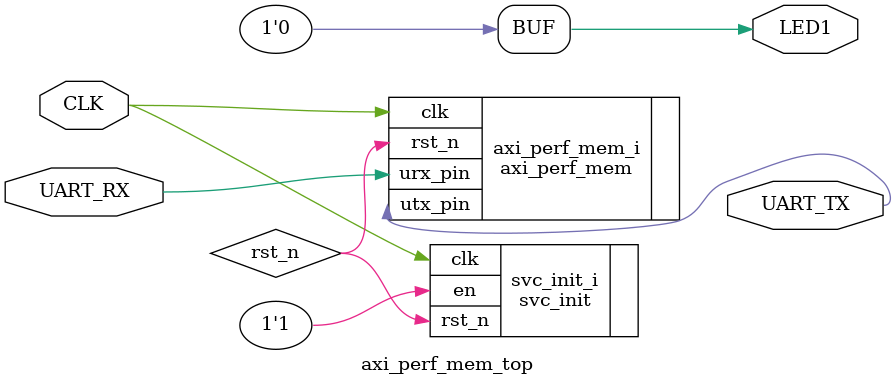
<source format=sv>
`include "svc.sv"
`include "svc_init.sv"

`include "axi_perf_mem.sv"

module axi_perf_mem_top (
    input  logic CLK,
    output logic LED1,
    output logic UART_TX,
    input  logic UART_RX
);
  localparam CLOCK_FREQ = 100_000_000;
  localparam BAUD_RATE = 115_200;
  localparam STAT_WIDTH = 16;

  logic rst_n;

  svc_init svc_init_i (
      .clk  (CLK),
      .en   (1'b1),
      .rst_n(rst_n)
  );

  axi_perf_mem #(
      .CLOCK_FREQ(CLOCK_FREQ),
      .BAUD_RATE (BAUD_RATE),
      .STAT_WIDTH(STAT_WIDTH)
  ) axi_perf_mem_i (
      .clk    (CLK),
      .rst_n  (rst_n),
      .urx_pin(UART_RX),
      .utx_pin(UART_TX)
  );

  assign LED1 = 1'b0;

endmodule

</source>
